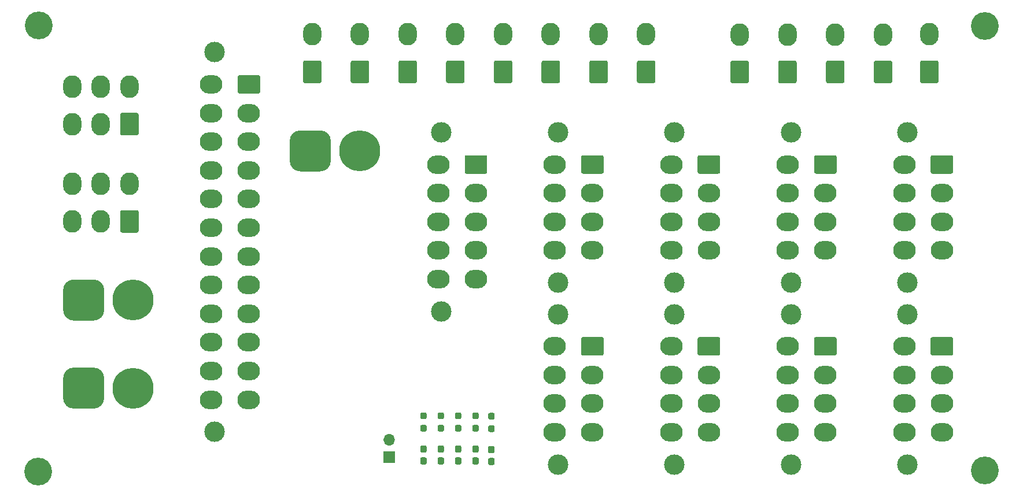
<source format=gbr>
%TF.GenerationSoftware,KiCad,Pcbnew,(5.1.12-1-10_14)*%
%TF.CreationDate,2021-11-27T15:53:19+11:00*%
%TF.ProjectId,ATX_PSU_Board,4154585f-5053-4555-9f42-6f6172642e6b,rev?*%
%TF.SameCoordinates,Original*%
%TF.FileFunction,Soldermask,Top*%
%TF.FilePolarity,Negative*%
%FSLAX46Y46*%
G04 Gerber Fmt 4.6, Leading zero omitted, Abs format (unit mm)*
G04 Created by KiCad (PCBNEW (5.1.12-1-10_14)) date 2021-11-27 15:53:19*
%MOMM*%
%LPD*%
G01*
G04 APERTURE LIST*
%ADD10O,2.700000X3.300000*%
%ADD11C,6.000000*%
%ADD12C,3.000000*%
%ADD13O,3.300000X2.700000*%
%ADD14O,1.700000X1.700000*%
%ADD15R,1.700000X1.700000*%
%ADD16C,4.064000*%
G04 APERTURE END LIST*
D10*
%TO.C,J25*%
X43350000Y-79500000D03*
X47550000Y-79500000D03*
X51750000Y-79500000D03*
X43350000Y-85000000D03*
X47550000Y-85000000D03*
G36*
G01*
X53100000Y-83600001D02*
X53100000Y-86399999D01*
G75*
G02*
X52849999Y-86650000I-250001J0D01*
G01*
X50650001Y-86650000D01*
G75*
G02*
X50400000Y-86399999I0J250001D01*
G01*
X50400000Y-83600001D01*
G75*
G02*
X50650001Y-83350000I250001J0D01*
G01*
X52849999Y-83350000D01*
G75*
G02*
X53100000Y-83600001I0J-250001D01*
G01*
G37*
%TD*%
%TO.C,J26*%
X43350000Y-65250000D03*
X47550000Y-65250000D03*
X51750000Y-65250000D03*
X43350000Y-70750000D03*
X47550000Y-70750000D03*
G36*
G01*
X53100000Y-69350001D02*
X53100000Y-72149999D01*
G75*
G02*
X52849999Y-72400000I-250001J0D01*
G01*
X50650001Y-72400000D01*
G75*
G02*
X50400000Y-72149999I0J250001D01*
G01*
X50400000Y-69350001D01*
G75*
G02*
X50650001Y-69100000I250001J0D01*
G01*
X52849999Y-69100000D01*
G75*
G02*
X53100000Y-69350001I0J-250001D01*
G01*
G37*
%TD*%
%TO.C,J30*%
G36*
G01*
X42055200Y-110926800D02*
X42055200Y-107926800D01*
G75*
G02*
X43555200Y-106426800I1500000J0D01*
G01*
X46555200Y-106426800D01*
G75*
G02*
X48055200Y-107926800I0J-1500000D01*
G01*
X48055200Y-110926800D01*
G75*
G02*
X46555200Y-112426800I-1500000J0D01*
G01*
X43555200Y-112426800D01*
G75*
G02*
X42055200Y-110926800I0J1500000D01*
G01*
G37*
D11*
X52255200Y-109426800D03*
%TD*%
%TO.C,J29*%
G36*
G01*
X42055200Y-98026400D02*
X42055200Y-95026400D01*
G75*
G02*
X43555200Y-93526400I1500000J0D01*
G01*
X46555200Y-93526400D01*
G75*
G02*
X48055200Y-95026400I0J-1500000D01*
G01*
X48055200Y-98026400D01*
G75*
G02*
X46555200Y-99526400I-1500000J0D01*
G01*
X43555200Y-99526400D01*
G75*
G02*
X42055200Y-98026400I0J1500000D01*
G01*
G37*
X52255200Y-96526400D03*
%TD*%
D10*
%TO.C,J20*%
X168867600Y-57593600D03*
G36*
G01*
X170217600Y-61693601D02*
X170217600Y-64493599D01*
G75*
G02*
X169967599Y-64743600I-250001J0D01*
G01*
X167767601Y-64743600D01*
G75*
G02*
X167517600Y-64493599I0J250001D01*
G01*
X167517600Y-61693601D01*
G75*
G02*
X167767601Y-61443600I250001J0D01*
G01*
X169967599Y-61443600D01*
G75*
G02*
X170217600Y-61693601I0J-250001D01*
G01*
G37*
%TD*%
D12*
%TO.C,J11*%
X165656400Y-120601800D03*
X165656400Y-98601800D03*
D13*
X165196400Y-115901800D03*
X165196400Y-111701800D03*
X165196400Y-107501800D03*
X165196400Y-103301800D03*
X170696400Y-115901800D03*
X170696400Y-111701800D03*
X170696400Y-107501800D03*
G36*
G01*
X169296401Y-101951800D02*
X172096399Y-101951800D01*
G75*
G02*
X172346400Y-102201801I0J-250001D01*
G01*
X172346400Y-104401799D01*
G75*
G02*
X172096399Y-104651800I-250001J0D01*
G01*
X169296401Y-104651800D01*
G75*
G02*
X169046400Y-104401799I0J250001D01*
G01*
X169046400Y-102201801D01*
G75*
G02*
X169296401Y-101951800I250001J0D01*
G01*
G37*
%TD*%
D10*
%TO.C,J24*%
X141083632Y-57607200D03*
G36*
G01*
X142433632Y-61707201D02*
X142433632Y-64507199D01*
G75*
G02*
X142183631Y-64757200I-250001J0D01*
G01*
X139983633Y-64757200D01*
G75*
G02*
X139733632Y-64507199I0J250001D01*
G01*
X139733632Y-61707201D01*
G75*
G02*
X139983633Y-61457200I250001J0D01*
G01*
X142183631Y-61457200D01*
G75*
G02*
X142433632Y-61707201I0J-250001D01*
G01*
G37*
%TD*%
%TO.C,J23*%
X148086774Y-57607200D03*
G36*
G01*
X149436774Y-61707201D02*
X149436774Y-64507199D01*
G75*
G02*
X149186773Y-64757200I-250001J0D01*
G01*
X146986775Y-64757200D01*
G75*
G02*
X146736774Y-64507199I0J250001D01*
G01*
X146736774Y-61707201D01*
G75*
G02*
X146986775Y-61457200I250001J0D01*
G01*
X149186773Y-61457200D01*
G75*
G02*
X149436774Y-61707201I0J-250001D01*
G01*
G37*
%TD*%
%TO.C,J22*%
X155089916Y-57607200D03*
G36*
G01*
X156439916Y-61707201D02*
X156439916Y-64507199D01*
G75*
G02*
X156189915Y-64757200I-250001J0D01*
G01*
X153989917Y-64757200D01*
G75*
G02*
X153739916Y-64507199I0J250001D01*
G01*
X153739916Y-61707201D01*
G75*
G02*
X153989917Y-61457200I250001J0D01*
G01*
X156189915Y-61457200D01*
G75*
G02*
X156439916Y-61707201I0J-250001D01*
G01*
G37*
%TD*%
%TO.C,J21*%
X162093058Y-57607200D03*
G36*
G01*
X163443058Y-61707201D02*
X163443058Y-64507199D01*
G75*
G02*
X163193057Y-64757200I-250001J0D01*
G01*
X160993059Y-64757200D01*
G75*
G02*
X160743058Y-64507199I0J250001D01*
G01*
X160743058Y-61707201D01*
G75*
G02*
X160993059Y-61457200I250001J0D01*
G01*
X163193057Y-61457200D01*
G75*
G02*
X163443058Y-61707201I0J-250001D01*
G01*
G37*
%TD*%
%TO.C,J19*%
X127414800Y-57593600D03*
G36*
G01*
X128764800Y-61693601D02*
X128764800Y-64493599D01*
G75*
G02*
X128514799Y-64743600I-250001J0D01*
G01*
X126314801Y-64743600D01*
G75*
G02*
X126064800Y-64493599I0J250001D01*
G01*
X126064800Y-61693601D01*
G75*
G02*
X126314801Y-61443600I250001J0D01*
G01*
X128514799Y-61443600D01*
G75*
G02*
X128764800Y-61693601I0J-250001D01*
G01*
G37*
%TD*%
%TO.C,J18*%
X120429800Y-57593600D03*
G36*
G01*
X121779800Y-61693601D02*
X121779800Y-64493599D01*
G75*
G02*
X121529799Y-64743600I-250001J0D01*
G01*
X119329801Y-64743600D01*
G75*
G02*
X119079800Y-64493599I0J250001D01*
G01*
X119079800Y-61693601D01*
G75*
G02*
X119329801Y-61443600I250001J0D01*
G01*
X121529799Y-61443600D01*
G75*
G02*
X121779800Y-61693601I0J-250001D01*
G01*
G37*
%TD*%
%TO.C,J17*%
X113444800Y-57593600D03*
G36*
G01*
X114794800Y-61693601D02*
X114794800Y-64493599D01*
G75*
G02*
X114544799Y-64743600I-250001J0D01*
G01*
X112344801Y-64743600D01*
G75*
G02*
X112094800Y-64493599I0J250001D01*
G01*
X112094800Y-61693601D01*
G75*
G02*
X112344801Y-61443600I250001J0D01*
G01*
X114544799Y-61443600D01*
G75*
G02*
X114794800Y-61693601I0J-250001D01*
G01*
G37*
%TD*%
%TO.C,J16*%
X106459800Y-57593600D03*
G36*
G01*
X107809800Y-61693601D02*
X107809800Y-64493599D01*
G75*
G02*
X107559799Y-64743600I-250001J0D01*
G01*
X105359801Y-64743600D01*
G75*
G02*
X105109800Y-64493599I0J250001D01*
G01*
X105109800Y-61693601D01*
G75*
G02*
X105359801Y-61443600I250001J0D01*
G01*
X107559799Y-61443600D01*
G75*
G02*
X107809800Y-61693601I0J-250001D01*
G01*
G37*
%TD*%
%TO.C,J15*%
X99474800Y-57593600D03*
G36*
G01*
X100824800Y-61693601D02*
X100824800Y-64493599D01*
G75*
G02*
X100574799Y-64743600I-250001J0D01*
G01*
X98374801Y-64743600D01*
G75*
G02*
X98124800Y-64493599I0J250001D01*
G01*
X98124800Y-61693601D01*
G75*
G02*
X98374801Y-61443600I250001J0D01*
G01*
X100574799Y-61443600D01*
G75*
G02*
X100824800Y-61693601I0J-250001D01*
G01*
G37*
%TD*%
%TO.C,J14*%
X92489800Y-57593600D03*
G36*
G01*
X93839800Y-61693601D02*
X93839800Y-64493599D01*
G75*
G02*
X93589799Y-64743600I-250001J0D01*
G01*
X91389801Y-64743600D01*
G75*
G02*
X91139800Y-64493599I0J250001D01*
G01*
X91139800Y-61693601D01*
G75*
G02*
X91389801Y-61443600I250001J0D01*
G01*
X93589799Y-61443600D01*
G75*
G02*
X93839800Y-61693601I0J-250001D01*
G01*
G37*
%TD*%
%TO.C,J13*%
X85504800Y-57593600D03*
G36*
G01*
X86854800Y-61693601D02*
X86854800Y-64493599D01*
G75*
G02*
X86604799Y-64743600I-250001J0D01*
G01*
X84404801Y-64743600D01*
G75*
G02*
X84154800Y-64493599I0J250001D01*
G01*
X84154800Y-61693601D01*
G75*
G02*
X84404801Y-61443600I250001J0D01*
G01*
X86604799Y-61443600D01*
G75*
G02*
X86854800Y-61693601I0J-250001D01*
G01*
G37*
%TD*%
%TO.C,J12*%
X78519800Y-57593600D03*
G36*
G01*
X79869800Y-61693601D02*
X79869800Y-64493599D01*
G75*
G02*
X79619799Y-64743600I-250001J0D01*
G01*
X77419801Y-64743600D01*
G75*
G02*
X77169800Y-64493599I0J250001D01*
G01*
X77169800Y-61693601D01*
G75*
G02*
X77419801Y-61443600I250001J0D01*
G01*
X79619799Y-61443600D01*
G75*
G02*
X79869800Y-61693601I0J-250001D01*
G01*
G37*
%TD*%
%TO.C,R5*%
G36*
G01*
X104987500Y-114036600D02*
X104512500Y-114036600D01*
G75*
G02*
X104275000Y-113799100I0J237500D01*
G01*
X104275000Y-113299100D01*
G75*
G02*
X104512500Y-113061600I237500J0D01*
G01*
X104987500Y-113061600D01*
G75*
G02*
X105225000Y-113299100I0J-237500D01*
G01*
X105225000Y-113799100D01*
G75*
G02*
X104987500Y-114036600I-237500J0D01*
G01*
G37*
G36*
G01*
X104987500Y-115861600D02*
X104512500Y-115861600D01*
G75*
G02*
X104275000Y-115624100I0J237500D01*
G01*
X104275000Y-115124100D01*
G75*
G02*
X104512500Y-114886600I237500J0D01*
G01*
X104987500Y-114886600D01*
G75*
G02*
X105225000Y-115124100I0J-237500D01*
G01*
X105225000Y-115624100D01*
G75*
G02*
X104987500Y-115861600I-237500J0D01*
G01*
G37*
%TD*%
%TO.C,D5*%
G36*
G01*
X104977500Y-118961600D02*
X104502500Y-118961600D01*
G75*
G02*
X104265000Y-118724100I0J237500D01*
G01*
X104265000Y-118149100D01*
G75*
G02*
X104502500Y-117911600I237500J0D01*
G01*
X104977500Y-117911600D01*
G75*
G02*
X105215000Y-118149100I0J-237500D01*
G01*
X105215000Y-118724100D01*
G75*
G02*
X104977500Y-118961600I-237500J0D01*
G01*
G37*
G36*
G01*
X104977500Y-120711600D02*
X104502500Y-120711600D01*
G75*
G02*
X104265000Y-120474100I0J237500D01*
G01*
X104265000Y-119899100D01*
G75*
G02*
X104502500Y-119661600I237500J0D01*
G01*
X104977500Y-119661600D01*
G75*
G02*
X105215000Y-119899100I0J-237500D01*
G01*
X105215000Y-120474100D01*
G75*
G02*
X104977500Y-120711600I-237500J0D01*
G01*
G37*
%TD*%
%TO.C,J28*%
G36*
G01*
X75228400Y-76176800D02*
X75228400Y-73176800D01*
G75*
G02*
X76728400Y-71676800I1500000J0D01*
G01*
X79728400Y-71676800D01*
G75*
G02*
X81228400Y-73176800I0J-1500000D01*
G01*
X81228400Y-76176800D01*
G75*
G02*
X79728400Y-77676800I-1500000J0D01*
G01*
X76728400Y-77676800D01*
G75*
G02*
X75228400Y-76176800I0J1500000D01*
G01*
G37*
D11*
X85428400Y-74676800D03*
%TD*%
%TO.C,R4*%
G36*
G01*
X102663500Y-113972100D02*
X102188500Y-113972100D01*
G75*
G02*
X101951000Y-113734600I0J237500D01*
G01*
X101951000Y-113234600D01*
G75*
G02*
X102188500Y-112997100I237500J0D01*
G01*
X102663500Y-112997100D01*
G75*
G02*
X102901000Y-113234600I0J-237500D01*
G01*
X102901000Y-113734600D01*
G75*
G02*
X102663500Y-113972100I-237500J0D01*
G01*
G37*
G36*
G01*
X102663500Y-115797100D02*
X102188500Y-115797100D01*
G75*
G02*
X101951000Y-115559600I0J237500D01*
G01*
X101951000Y-115059600D01*
G75*
G02*
X102188500Y-114822100I237500J0D01*
G01*
X102663500Y-114822100D01*
G75*
G02*
X102901000Y-115059600I0J-237500D01*
G01*
X102901000Y-115559600D01*
G75*
G02*
X102663500Y-115797100I-237500J0D01*
G01*
G37*
%TD*%
%TO.C,R3*%
G36*
G01*
X100123500Y-113972100D02*
X99648500Y-113972100D01*
G75*
G02*
X99411000Y-113734600I0J237500D01*
G01*
X99411000Y-113234600D01*
G75*
G02*
X99648500Y-112997100I237500J0D01*
G01*
X100123500Y-112997100D01*
G75*
G02*
X100361000Y-113234600I0J-237500D01*
G01*
X100361000Y-113734600D01*
G75*
G02*
X100123500Y-113972100I-237500J0D01*
G01*
G37*
G36*
G01*
X100123500Y-115797100D02*
X99648500Y-115797100D01*
G75*
G02*
X99411000Y-115559600I0J237500D01*
G01*
X99411000Y-115059600D01*
G75*
G02*
X99648500Y-114822100I237500J0D01*
G01*
X100123500Y-114822100D01*
G75*
G02*
X100361000Y-115059600I0J-237500D01*
G01*
X100361000Y-115559600D01*
G75*
G02*
X100123500Y-115797100I-237500J0D01*
G01*
G37*
%TD*%
%TO.C,R2*%
G36*
G01*
X97583500Y-113972100D02*
X97108500Y-113972100D01*
G75*
G02*
X96871000Y-113734600I0J237500D01*
G01*
X96871000Y-113234600D01*
G75*
G02*
X97108500Y-112997100I237500J0D01*
G01*
X97583500Y-112997100D01*
G75*
G02*
X97821000Y-113234600I0J-237500D01*
G01*
X97821000Y-113734600D01*
G75*
G02*
X97583500Y-113972100I-237500J0D01*
G01*
G37*
G36*
G01*
X97583500Y-115797100D02*
X97108500Y-115797100D01*
G75*
G02*
X96871000Y-115559600I0J237500D01*
G01*
X96871000Y-115059600D01*
G75*
G02*
X97108500Y-114822100I237500J0D01*
G01*
X97583500Y-114822100D01*
G75*
G02*
X97821000Y-115059600I0J-237500D01*
G01*
X97821000Y-115559600D01*
G75*
G02*
X97583500Y-115797100I-237500J0D01*
G01*
G37*
%TD*%
%TO.C,R1*%
G36*
G01*
X95043500Y-113972100D02*
X94568500Y-113972100D01*
G75*
G02*
X94331000Y-113734600I0J237500D01*
G01*
X94331000Y-113234600D01*
G75*
G02*
X94568500Y-112997100I237500J0D01*
G01*
X95043500Y-112997100D01*
G75*
G02*
X95281000Y-113234600I0J-237500D01*
G01*
X95281000Y-113734600D01*
G75*
G02*
X95043500Y-113972100I-237500J0D01*
G01*
G37*
G36*
G01*
X95043500Y-115797100D02*
X94568500Y-115797100D01*
G75*
G02*
X94331000Y-115559600I0J237500D01*
G01*
X94331000Y-115059600D01*
G75*
G02*
X94568500Y-114822100I237500J0D01*
G01*
X95043500Y-114822100D01*
G75*
G02*
X95281000Y-115059600I0J-237500D01*
G01*
X95281000Y-115559600D01*
G75*
G02*
X95043500Y-115797100I-237500J0D01*
G01*
G37*
%TD*%
%TO.C,D4*%
G36*
G01*
X102663500Y-118882600D02*
X102188500Y-118882600D01*
G75*
G02*
X101951000Y-118645100I0J237500D01*
G01*
X101951000Y-118070100D01*
G75*
G02*
X102188500Y-117832600I237500J0D01*
G01*
X102663500Y-117832600D01*
G75*
G02*
X102901000Y-118070100I0J-237500D01*
G01*
X102901000Y-118645100D01*
G75*
G02*
X102663500Y-118882600I-237500J0D01*
G01*
G37*
G36*
G01*
X102663500Y-120632600D02*
X102188500Y-120632600D01*
G75*
G02*
X101951000Y-120395100I0J237500D01*
G01*
X101951000Y-119820100D01*
G75*
G02*
X102188500Y-119582600I237500J0D01*
G01*
X102663500Y-119582600D01*
G75*
G02*
X102901000Y-119820100I0J-237500D01*
G01*
X102901000Y-120395100D01*
G75*
G02*
X102663500Y-120632600I-237500J0D01*
G01*
G37*
%TD*%
%TO.C,D3*%
G36*
G01*
X100123500Y-118882600D02*
X99648500Y-118882600D01*
G75*
G02*
X99411000Y-118645100I0J237500D01*
G01*
X99411000Y-118070100D01*
G75*
G02*
X99648500Y-117832600I237500J0D01*
G01*
X100123500Y-117832600D01*
G75*
G02*
X100361000Y-118070100I0J-237500D01*
G01*
X100361000Y-118645100D01*
G75*
G02*
X100123500Y-118882600I-237500J0D01*
G01*
G37*
G36*
G01*
X100123500Y-120632600D02*
X99648500Y-120632600D01*
G75*
G02*
X99411000Y-120395100I0J237500D01*
G01*
X99411000Y-119820100D01*
G75*
G02*
X99648500Y-119582600I237500J0D01*
G01*
X100123500Y-119582600D01*
G75*
G02*
X100361000Y-119820100I0J-237500D01*
G01*
X100361000Y-120395100D01*
G75*
G02*
X100123500Y-120632600I-237500J0D01*
G01*
G37*
%TD*%
%TO.C,D2*%
G36*
G01*
X97583500Y-118882600D02*
X97108500Y-118882600D01*
G75*
G02*
X96871000Y-118645100I0J237500D01*
G01*
X96871000Y-118070100D01*
G75*
G02*
X97108500Y-117832600I237500J0D01*
G01*
X97583500Y-117832600D01*
G75*
G02*
X97821000Y-118070100I0J-237500D01*
G01*
X97821000Y-118645100D01*
G75*
G02*
X97583500Y-118882600I-237500J0D01*
G01*
G37*
G36*
G01*
X97583500Y-120632600D02*
X97108500Y-120632600D01*
G75*
G02*
X96871000Y-120395100I0J237500D01*
G01*
X96871000Y-119820100D01*
G75*
G02*
X97108500Y-119582600I237500J0D01*
G01*
X97583500Y-119582600D01*
G75*
G02*
X97821000Y-119820100I0J-237500D01*
G01*
X97821000Y-120395100D01*
G75*
G02*
X97583500Y-120632600I-237500J0D01*
G01*
G37*
%TD*%
%TO.C,D1*%
G36*
G01*
X95043500Y-118882600D02*
X94568500Y-118882600D01*
G75*
G02*
X94331000Y-118645100I0J237500D01*
G01*
X94331000Y-118070100D01*
G75*
G02*
X94568500Y-117832600I237500J0D01*
G01*
X95043500Y-117832600D01*
G75*
G02*
X95281000Y-118070100I0J-237500D01*
G01*
X95281000Y-118645100D01*
G75*
G02*
X95043500Y-118882600I-237500J0D01*
G01*
G37*
G36*
G01*
X95043500Y-120632600D02*
X94568500Y-120632600D01*
G75*
G02*
X94331000Y-120395100I0J237500D01*
G01*
X94331000Y-119820100D01*
G75*
G02*
X94568500Y-119582600I237500J0D01*
G01*
X95043500Y-119582600D01*
G75*
G02*
X95281000Y-119820100I0J-237500D01*
G01*
X95281000Y-120395100D01*
G75*
G02*
X95043500Y-120632600I-237500J0D01*
G01*
G37*
%TD*%
D14*
%TO.C,J1*%
X89772000Y-116967000D03*
D15*
X89772000Y-119507000D03*
%TD*%
D12*
%TO.C,J5*%
X131551000Y-93964600D03*
X131551000Y-71964600D03*
D13*
X131091000Y-89264600D03*
X131091000Y-85064600D03*
X131091000Y-80864600D03*
X131091000Y-76664600D03*
X136591000Y-89264600D03*
X136591000Y-85064600D03*
X136591000Y-80864600D03*
G36*
G01*
X135191001Y-75314600D02*
X137990999Y-75314600D01*
G75*
G02*
X138241000Y-75564601I0J-250001D01*
G01*
X138241000Y-77764599D01*
G75*
G02*
X137990999Y-78014600I-250001J0D01*
G01*
X135191001Y-78014600D01*
G75*
G02*
X134941000Y-77764599I0J250001D01*
G01*
X134941000Y-75564601D01*
G75*
G02*
X135191001Y-75314600I250001J0D01*
G01*
G37*
%TD*%
D12*
%TO.C,J7*%
X165656400Y-93964600D03*
X165656400Y-71964600D03*
D13*
X165196400Y-89264600D03*
X165196400Y-85064600D03*
X165196400Y-80864600D03*
X165196400Y-76664600D03*
X170696400Y-89264600D03*
X170696400Y-85064600D03*
X170696400Y-80864600D03*
G36*
G01*
X169296401Y-75314600D02*
X172096399Y-75314600D01*
G75*
G02*
X172346400Y-75564601I0J-250001D01*
G01*
X172346400Y-77764599D01*
G75*
G02*
X172096399Y-78014600I-250001J0D01*
G01*
X169296401Y-78014600D01*
G75*
G02*
X169046400Y-77764599I0J250001D01*
G01*
X169046400Y-75564601D01*
G75*
G02*
X169296401Y-75314600I250001J0D01*
G01*
G37*
%TD*%
D16*
%TO.C,H4*%
X177000000Y-56337200D03*
%TD*%
%TO.C,H3*%
X38404800Y-121615200D03*
%TD*%
%TO.C,H2*%
X177000000Y-121500000D03*
%TD*%
%TO.C,H1*%
X38506400Y-56286400D03*
%TD*%
D12*
%TO.C,J10*%
X148603700Y-120601800D03*
X148603700Y-98601800D03*
D13*
X148143700Y-115901800D03*
X148143700Y-111701800D03*
X148143700Y-107501800D03*
X148143700Y-103301800D03*
X153643700Y-115901800D03*
X153643700Y-111701800D03*
X153643700Y-107501800D03*
G36*
G01*
X152243701Y-101951800D02*
X155043699Y-101951800D01*
G75*
G02*
X155293700Y-102201801I0J-250001D01*
G01*
X155293700Y-104401799D01*
G75*
G02*
X155043699Y-104651800I-250001J0D01*
G01*
X152243701Y-104651800D01*
G75*
G02*
X151993700Y-104401799I0J250001D01*
G01*
X151993700Y-102201801D01*
G75*
G02*
X152243701Y-101951800I250001J0D01*
G01*
G37*
%TD*%
D12*
%TO.C,J9*%
X131551000Y-120601800D03*
X131551000Y-98601800D03*
D13*
X131091000Y-115901800D03*
X131091000Y-111701800D03*
X131091000Y-107501800D03*
X131091000Y-103301800D03*
X136591000Y-115901800D03*
X136591000Y-111701800D03*
X136591000Y-107501800D03*
G36*
G01*
X135191001Y-101951800D02*
X137990999Y-101951800D01*
G75*
G02*
X138241000Y-102201801I0J-250001D01*
G01*
X138241000Y-104401799D01*
G75*
G02*
X137990999Y-104651800I-250001J0D01*
G01*
X135191001Y-104651800D01*
G75*
G02*
X134941000Y-104401799I0J250001D01*
G01*
X134941000Y-102201801D01*
G75*
G02*
X135191001Y-101951800I250001J0D01*
G01*
G37*
%TD*%
D12*
%TO.C,J8*%
X114498300Y-120601800D03*
X114498300Y-98601800D03*
D13*
X114038300Y-115901800D03*
X114038300Y-111701800D03*
X114038300Y-107501800D03*
X114038300Y-103301800D03*
X119538300Y-115901800D03*
X119538300Y-111701800D03*
X119538300Y-107501800D03*
G36*
G01*
X118138301Y-101951800D02*
X120938299Y-101951800D01*
G75*
G02*
X121188300Y-102201801I0J-250001D01*
G01*
X121188300Y-104401799D01*
G75*
G02*
X120938299Y-104651800I-250001J0D01*
G01*
X118138301Y-104651800D01*
G75*
G02*
X117888300Y-104401799I0J250001D01*
G01*
X117888300Y-102201801D01*
G75*
G02*
X118138301Y-101951800I250001J0D01*
G01*
G37*
%TD*%
D12*
%TO.C,J6*%
X148603700Y-93964600D03*
X148603700Y-71964600D03*
D13*
X148143700Y-89264600D03*
X148143700Y-85064600D03*
X148143700Y-80864600D03*
X148143700Y-76664600D03*
X153643700Y-89264600D03*
X153643700Y-85064600D03*
X153643700Y-80864600D03*
G36*
G01*
X152243701Y-75314600D02*
X155043699Y-75314600D01*
G75*
G02*
X155293700Y-75564601I0J-250001D01*
G01*
X155293700Y-77764599D01*
G75*
G02*
X155043699Y-78014600I-250001J0D01*
G01*
X152243701Y-78014600D01*
G75*
G02*
X151993700Y-77764599I0J250001D01*
G01*
X151993700Y-75564601D01*
G75*
G02*
X152243701Y-75314600I250001J0D01*
G01*
G37*
%TD*%
D12*
%TO.C,J4*%
X114498300Y-93964600D03*
X114498300Y-71964600D03*
D13*
X114038300Y-89264600D03*
X114038300Y-85064600D03*
X114038300Y-80864600D03*
X114038300Y-76664600D03*
X119538300Y-89264600D03*
X119538300Y-85064600D03*
X119538300Y-80864600D03*
G36*
G01*
X118138301Y-75314600D02*
X120938299Y-75314600D01*
G75*
G02*
X121188300Y-75564601I0J-250001D01*
G01*
X121188300Y-77764599D01*
G75*
G02*
X120938299Y-78014600I-250001J0D01*
G01*
X118138301Y-78014600D01*
G75*
G02*
X117888300Y-77764599I0J250001D01*
G01*
X117888300Y-75564601D01*
G75*
G02*
X118138301Y-75314600I250001J0D01*
G01*
G37*
%TD*%
D12*
%TO.C,J3*%
X97445600Y-98164600D03*
X97445600Y-71964600D03*
D13*
X96985600Y-93464600D03*
X96985600Y-89264600D03*
X96985600Y-85064600D03*
X96985600Y-80864600D03*
X96985600Y-76664600D03*
X102485600Y-93464600D03*
X102485600Y-89264600D03*
X102485600Y-85064600D03*
X102485600Y-80864600D03*
G36*
G01*
X101085601Y-75314600D02*
X103885599Y-75314600D01*
G75*
G02*
X104135600Y-75564601I0J-250001D01*
G01*
X104135600Y-77764599D01*
G75*
G02*
X103885599Y-78014600I-250001J0D01*
G01*
X101085601Y-78014600D01*
G75*
G02*
X100835600Y-77764599I0J250001D01*
G01*
X100835600Y-75564601D01*
G75*
G02*
X101085601Y-75314600I250001J0D01*
G01*
G37*
%TD*%
D12*
%TO.C,J2*%
X64208800Y-115822400D03*
X64208800Y-60222400D03*
D13*
X63748800Y-111122400D03*
X63748800Y-106922400D03*
X63748800Y-102722400D03*
X63748800Y-98522400D03*
X63748800Y-94322400D03*
X63748800Y-90122400D03*
X63748800Y-85922400D03*
X63748800Y-81722400D03*
X63748800Y-77522400D03*
X63748800Y-73322400D03*
X63748800Y-69122400D03*
X63748800Y-64922400D03*
X69248800Y-111122400D03*
X69248800Y-106922400D03*
X69248800Y-102722400D03*
X69248800Y-98522400D03*
X69248800Y-94322400D03*
X69248800Y-90122400D03*
X69248800Y-85922400D03*
X69248800Y-81722400D03*
X69248800Y-77522400D03*
X69248800Y-73322400D03*
X69248800Y-69122400D03*
G36*
G01*
X67848801Y-63572400D02*
X70648799Y-63572400D01*
G75*
G02*
X70898800Y-63822401I0J-250001D01*
G01*
X70898800Y-66022399D01*
G75*
G02*
X70648799Y-66272400I-250001J0D01*
G01*
X67848801Y-66272400D01*
G75*
G02*
X67598800Y-66022399I0J250001D01*
G01*
X67598800Y-63822401D01*
G75*
G02*
X67848801Y-63572400I250001J0D01*
G01*
G37*
%TD*%
M02*

</source>
